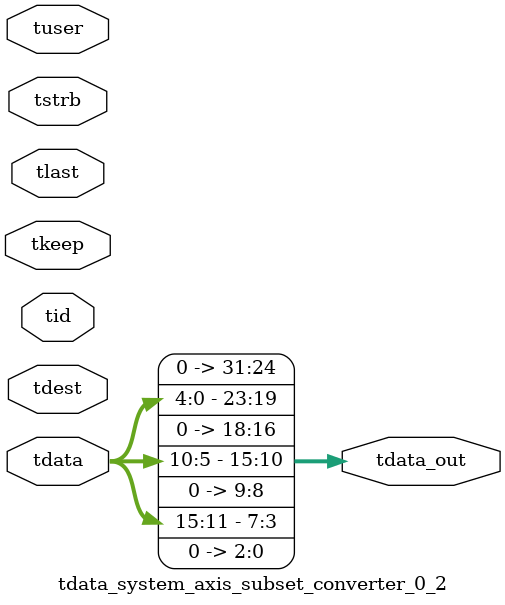
<source format=v>


`timescale 1ps/1ps

module tdata_system_axis_subset_converter_0_2 #
(
parameter C_S_AXIS_TDATA_WIDTH = 32,
parameter C_S_AXIS_TUSER_WIDTH = 0,
parameter C_S_AXIS_TID_WIDTH   = 0,
parameter C_S_AXIS_TDEST_WIDTH = 0,
parameter C_M_AXIS_TDATA_WIDTH = 32
)
(
input  [(C_S_AXIS_TDATA_WIDTH == 0 ? 1 : C_S_AXIS_TDATA_WIDTH)-1:0     ] tdata,
input  [(C_S_AXIS_TUSER_WIDTH == 0 ? 1 : C_S_AXIS_TUSER_WIDTH)-1:0     ] tuser,
input  [(C_S_AXIS_TID_WIDTH   == 0 ? 1 : C_S_AXIS_TID_WIDTH)-1:0       ] tid,
input  [(C_S_AXIS_TDEST_WIDTH == 0 ? 1 : C_S_AXIS_TDEST_WIDTH)-1:0     ] tdest,
input  [(C_S_AXIS_TDATA_WIDTH/8)-1:0 ] tkeep,
input  [(C_S_AXIS_TDATA_WIDTH/8)-1:0 ] tstrb,
input                                                                    tlast,
output [C_M_AXIS_TDATA_WIDTH-1:0] tdata_out
);

assign tdata_out = {tdata[4:0],3'b000,tdata[10:5],2'b00,tdata[15:11],3'b000};

endmodule


</source>
